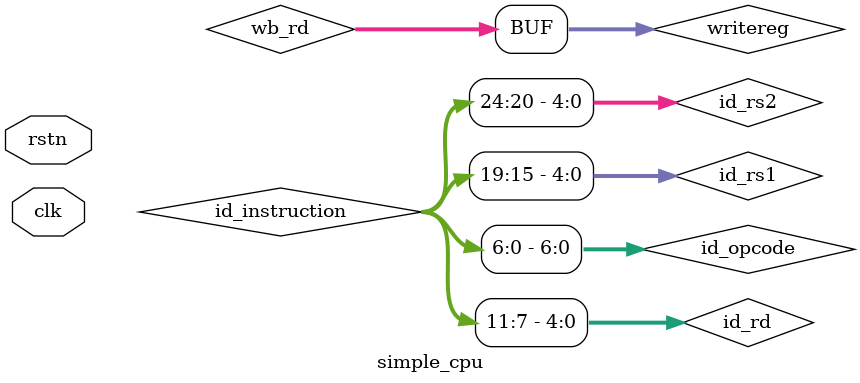
<source format=v>


module simple_cpu
#(parameter DATA_WIDTH = 32)(
  input clk,
  input rstn
);

///////////////////////////////////////////////////////////////////////////////
// TODO:  Declare all wires / registers that are needed
///////////////////////////////////////////////////////////////////////////////
// e.g., wire [DATA_WIDTH-1:0] if_pc_plus_4;
// 1) Pipeline registers (wires to / from pipeline register modules)
// 2) In / Out ports for other modules
// 3) Additional wires for multiplexers or other mdoules you instantiate

wire [DATA_WIDTH-1:0] if_PC, id_PC, ex_PC, mem_PC;
wire [DATA_WIDTH-1:0] if_pc_plus_4, id_pc_plus_4, ex_pc_plus_4, mem_pc_plus_4, wb_pc_plus_4;
wire [DATA_WIDTH-1:0] if_instruction, id_instruction;
wire [DATA_WIDTH-1:0] ex_pc_target, mem_pc_target;

// Register file unit
wire [4:0] id_rs1, ex_rs1;
wire [4:0] id_rs2, ex_rs2;
wire [4:0] id_rd, ex_rd, mem_rd, wb_rd;
wire [4:0] writereg;
wire [31:0] id_readdata1, ex_readdata1;
wire [31:0] id_readdata2, ex_readdata2;
wire wen;

// data2writereg
wire [DATA_WIDTH-1:0] writedata2reg, writedata2mem;
wire [DATA_WIDTH-1:0] mem_alu_result_or_uimm, mem_writedata2reg, wb_writedata2reg;


// Immediate generator unit
wire [DATA_WIDTH-1:0] id_sextimm, ex_sextimm;

// Control unit
wire [6:0] id_opcode;
wire [6:0] id_funct7, ex_funct7;
wire [2:0] id_funct3, ex_funct3, mem_funct3;
wire id_branch, ex_branch, mem_branch;
wire id_memread, ex_memread, mem_memread;
wire id_memtoreg, ex_memtoreg, mem_memtoreg, wb_memtoreg;
wire [1:0] id_aluop, ex_aluop;
wire id_memwrite, ex_memwrite;
wire id_alusrc, ex_alusrc;
wire id_regwrite, ex_regwrite, mem_regwrite, wb_regwrite;
wire [1:0] id_jump, ex_jump, mem_jump, wb_jump;
wire ex_taken, mem_taken;
wire [1:0] id_upper_imm, ex_upper_imm;

// Hazard detection unit
wire flush;
wire stall;

// Forwarding unit
wire [31:0] forwarded_A;
wire [1:0] fwd_a;
wire [31:0] forwarded_B;
wire [1:0] fwd_b;

// Data memory unit
wire [DATA_WIDTH-1:0] mem_readdata, wb_readdata;

// ALU unit
wire [31:0] ex_alu_result;
wire [3:0] alu_func;
wire alu_check;

// upper imm unit
wire [31:0] pc_plus_imm12;

// Branch Hardware unit
wire [DATA_WIDTH-1:0] branch_target;
wire [DATA_WIDTH-1:0] nextPC_mux_out;
wire if_hit, id_hit, ex_hit, mem_hit;
wire if_pred, id_pred, ex_pred, mem_pred;

////////////////////////////////////////////////////////////////////////////////
////////////////////////////////////////////////////////////////////////////////

// MUX
wire [31:0] alu_in_b;         //select rs2 or sextimm
mux_2x1 m_rs2_or_imm_mux_2x1(
  .select(ex_alusrc),
  .in1(forwarded_B),
  .in2(ex_sextimm),

  .out(alu_in_b)
);
wire [31:0] pc_or_rs1;     //select jal(pc+imm) or jalr(rs1+imm)
mux_2x1 m_jal_or_jalr_mux_2x1(
  .select(ex_jump[0]),
  .in1(ex_PC),          //jal
  .in2(forwarded_A),    //jalr

  .out(pc_or_rs1)
);
mux_2x1 m_mem_regwrite_data_mux_2x1(
  .select(mem_jump[1]),
  .in1(mem_alu_result_or_uimm),
  .in2(mem_pc_plus_4),

  .out(mem_writedata2reg)
);
mux_2x1 m_wb_regwrite_data_mux_2x1(
  .select(wb_memtoreg),
  .in1(wb_writedata2reg),
  .in2(wb_readdata),

  .out(writedata2reg)
);

// mux for forwarding
mux_3x1 m_forwardA_mux_3x1(
  .select(fwd_a),
  .in1(ex_readdata1),
  .in2(mem_writedata2reg),
  .in3(writedata2reg),

  .out(forwarded_A)
);
mux_3x1 m_forwardB_mux_3x1(
  .select(fwd_b),
  .in1(ex_readdata2),
  .in2(mem_writedata2reg),
  .in3(writedata2reg),

  .out(forwarded_B)
);

// mux for upper imm
wire [31:0] alu_result_or_uimm;
mux_3x1 m_upperimm_mux_3x1(
  .select(ex_upper_imm),
  .in1(ex_alu_result),
  .in2(ex_sextimm << 12),
  .in3(pc_plus_imm12),

  .out(alu_result_or_uimm)
);

//maskmode, sext
reg [1:0] maskmode;
reg sext;
always @(*) begin
  case(mem_funct3)
  3'b000: begin               //b
    maskmode = 2'b00;
    sext = 1'b0;
    end
  3'b001: begin               //h
    maskmode = 2'b01;
    sext = 1'b0;
    end
  3'b010: begin               //w
    maskmode = 2'b10;
    sext = 1'b0;
    end
  3'b100: begin               //unsigned b
    maskmode = 2'b00;
    sext = 1'b1; 
    end  
  3'b101: begin               //unsigned h
    maskmode = 2'b01;
    sext = 1'b1; 
    end  
  default: begin
    maskmode = 2'b00;
    sext = 1'b0;
  end
  endcase
end

///////////////////////////////////////////////////////////////////////////////
// Instruction Fetch (IF)
///////////////////////////////////////////////////////////////////////////////

reg [DATA_WIDTH-1:0] PC;    // program counter (32 bits)
wire [DATA_WIDTH-1:0] NEXT_PC;


wire [DATA_WIDTH-1:0] recoveryPC;
mux_4x1 m_recoveryPC_mux_4x1(
  .select({ (mem_pred && mem_hit), (mem_jump == 2'b11) }),
  .in1(mem_pc_target),
  .in2(mem_pc_target),
  .in3(mem_pc_plus_4),
  .in4(mem_pc_target),

  .out(recoveryPC)
);
mux_4x1 m_nextPC_mux_4x1(
  .select({ (flush), (if_pred && if_hit) }),
  .in1(if_pc_plus_4),
  .in2(branch_target),
  .in3(recoveryPC),
  .in4(recoveryPC),

  .out(nextPC_mux_out)
);

/* m_branch_HW */
branch_hardware m_branch_HW(
  .clk(clk),
  .rstn(rstn),

  // update interface
  .instruction(if_instruction),

  .update_predictor(mem_branch),
  .update_btb(mem_taken || mem_jump[1]),
  .actually_taken(mem_taken),
  .resolved_pc(mem_PC),
  .resolved_pc_target(mem_pc_target),  // actual target address when the branch is resolved.

  // access interface
  .pc(PC),

  .hit(if_hit),          // btb hit or not
  .pred(if_pred),         // predicted taken or not
  .branch_target(branch_target)
);

/* m_next_pc_adder */
adder m_pc_plus_4_adder(
  .in_a   (PC),
  .in_b   (32'h0000_0004),

  .result (if_pc_plus_4)
);

always @(posedge clk) begin
  if (rstn == 1'b0) begin
    PC <= 32'h00000000;
  end
  else if (stall) PC <= PC;
  else begin
    PC <= NEXT_PC;
  end
end

/* instruction: read current instruction from inst mem */
instruction_memory m_instruction_memory(
  .address    (PC),

  .instruction(if_instruction)
);

/* forward to IF/ID stage registers */
ifid_reg m_ifid_reg(
  // TODO: Add flush or stall signal if it is needed
  .clk            (clk),
  .flush          (flush),
  .stall          (stall),
  .if_pred        (if_pred),
  .if_hit         (if_hit),
  .if_PC          (PC),
  .if_pc_plus_4   (if_pc_plus_4),
  .if_instruction (if_instruction),

  .id_pred        (id_pred),
  .id_hit         (id_hit),
  .id_PC          (id_PC),
  .id_pc_plus_4   (id_pc_plus_4),
  .id_instruction (id_instruction)
);

//////////////////////////////////////////////////////////////////////////////////
// Instruction Decode (ID)
//////////////////////////////////////////////////////////////////////////////////

//assign
assign id_opcode = id_instruction[6:0];
assign id_funct7 = id_instruction[31:25];
assign id_funct3 = id_instruction[14:12];
assign id_rs1 = id_instruction[19:15];
assign id_rs2 = id_instruction[24:20];
assign id_rd  = id_instruction[11:7];

/* m_hazard: hazard detection unit */
hazard m_hazard(
  // TODO: implement hazard detection unit & do wiring
  .ex_PC          (ex_PC),
  .mem_pc_target  (mem_pc_target),
  .mem_hit        (mem_hit),
  .mem_pred       (mem_pred),
  .mem_taken      (mem_taken),
  .mem_jump       (mem_jump),

  .id_opcode      (id_opcode),
  .ex_memread     (ex_memread),
  .id_rs1         (id_rs1),
  .id_rs2         (id_rs2),
  .ex_rd          (ex_rd),

  .flush          (flush),
  .stall          (stall)
);

/* m_control: control unit */
control m_control(
  .opcode     (id_opcode),

  .jump       (id_jump),
  .branch     (id_branch),
  .alu_op     (id_aluop),
  .alu_src    (id_alusrc),
  .mem_read   (id_memread),
  .mem_to_reg (id_memtoreg),
  .mem_write  (id_memwrite),
  .reg_write  (id_regwrite),
  .upper_imm  (id_upper_imm)
);

/* m_imm_generator: immediate generator */
immediate_generator m_immediate_generator(
  .instruction(id_instruction),

  .sextimm    (id_sextimm)
);

/* m_register_file: register file */
register_file m_register_file(
  .clk        (clk),
  .readreg1   (id_rs1),
  .readreg2   (id_rs2),
  .writereg   (writereg),
  .wen        (wen),
  .writedata  (writedata2reg),
 
  .readdata1  (id_readdata1),
  .readdata2  (id_readdata2)
);
 
/* forward to ID/EX stage registers */
idex_reg m_idex_reg(
  // TODO: Add flush or stall signal if it is needed
  .clk          (clk),
  .flush        (flush),
  .stall        (stall),
  .id_pred      (id_pred),
  .id_hit       (id_hit),
  .id_PC        (id_PC),
  .id_pc_plus_4 (id_pc_plus_4),

  .id_jump      (id_jump),
  .id_branch    (id_branch),
  .id_aluop     (id_aluop),
  .id_alusrc    (id_alusrc),
  .id_memread   (id_memread),
  .id_memwrite  (id_memwrite),
  .id_memtoreg  (id_memtoreg),
  .id_regwrite  (id_regwrite),
  .id_upper_imm (id_upper_imm),

  .id_sextimm   (id_sextimm),
  .id_funct7    (id_funct7),
  .id_funct3    (id_funct3),
  .id_readdata1 (id_readdata1),
  .id_readdata2 (id_readdata2),
  .id_rs1       (id_rs1),
  .id_rs2       (id_rs2),
  .id_rd        (id_rd),


  .ex_pred      (ex_pred),
  .ex_hit       (ex_hit),
  .ex_PC        (ex_PC),
  .ex_pc_plus_4 (ex_pc_plus_4),

  .ex_jump      (ex_jump),
  .ex_branch    (ex_branch),
  .ex_aluop     (ex_aluop),
  .ex_alusrc    (ex_alusrc),
  .ex_memread   (ex_memread),
  .ex_memwrite  (ex_memwrite),
  .ex_memtoreg  (ex_memtoreg),
  .ex_regwrite  (ex_regwrite),
  .ex_upper_imm (ex_upper_imm),

  .ex_sextimm   (ex_sextimm),
  .ex_funct7    (ex_funct7),
  .ex_funct3    (ex_funct3),
  .ex_readdata1 (ex_readdata1),
  .ex_readdata2 (ex_readdata2),
  .ex_rs1       (ex_rs1),
  .ex_rs2       (ex_rs2),
  .ex_rd        (ex_rd)
);

//////////////////////////////////////////////////////////////////////////////////
// Execute (EX) 
//////////////////////////////////////////////////////////////////////////////////

/* m_upper_imm_adder: PC + (imm << 12) for auipc */
adder m_upper_imm_adder(
  .in_a   (ex_PC),
  .in_b   (ex_sextimm << 12),

  .result (pc_plus_imm12)
);

/* m_branch_target_adder: PC + imm for branch address */
adder m_branch_target_adder(
  .in_a   (pc_or_rs1),
  .in_b   (ex_sextimm << 1),

  .result (ex_pc_target)
);

/* m_branch_control : checks T/NT */
branch_control m_branch_control(
  .branch (ex_branch),
  .check  (alu_check),

  .taken  (ex_taken)
);

/* alu control : generates alu_func signal */
alu_control m_alu_control(
  .alu_op   (ex_aluop),
  .funct7   (ex_funct7),
  .funct3   (ex_funct3),

  .alu_func (alu_func)
);

/* m_alu */
alu m_alu(
  .alu_func (alu_func),
  .in_a     (forwarded_A),
  .in_b     (alu_in_b), 

  .result   (ex_alu_result),
  .check    (alu_check)
);

forwarding m_forwarding(
  // TODO: implement forwarding unit & do wiring
  .ex_rs1       (ex_rs1),
  .ex_rs2       (ex_rs2),

  .mem_rd       (mem_rd),
  .wb_rd        (wb_rd),

  .mem_regwrite (mem_regwrite),
  .wb_regwrite  (wb_regwrite),

  .fwd_a        (fwd_a),
  .fwd_b        (fwd_b)
);

/* forward to EX/MEM stage registers */
exmem_reg m_exmem_reg(
  // TODO: Add flush or stall signal if it is needed
  .clk                (clk),
  .flush              (flush),
  
  .ex_pred            (ex_pred),
  .ex_hit             (ex_hit),
  .ex_PC              (ex_PC),
  .ex_pc_plus_4       (ex_pc_plus_4),
  .ex_pc_target       (ex_pc_target),
  .ex_taken           (ex_taken), 
  .ex_jump            (ex_jump),
  .ex_branch          (ex_branch),
  .ex_memread         (ex_memread),
  .ex_memwrite        (ex_memwrite),
  .ex_memtoreg        (ex_memtoreg),
  .ex_regwrite        (ex_regwrite),

  .ex_alu_result      (alu_result_or_uimm),
  .ex_writedata2mem   (forwarded_B),
  .ex_funct3          (ex_funct3),
  .ex_rd              (ex_rd),
  
  .mem_pred           (mem_pred),
  .mem_hit            (mem_hit),
  .mem_PC             (mem_PC),
  .mem_pc_plus_4      (mem_pc_plus_4),
  .mem_pc_target      (mem_pc_target),
  .mem_taken          (mem_taken), 
  .mem_jump           (mem_jump),
  .mem_branch         (mem_branch),
  .mem_memread        (mem_memread),
  .mem_memwrite       (mem_memwrite),
  .mem_memtoreg       (mem_memtoreg),
  .mem_regwrite       (mem_regwrite),
  .mem_alu_result_or_uimm     (mem_alu_result_or_uimm),
  .mem_writedata2mem  (writedata2mem),
  .mem_funct3         (mem_funct3),
  .mem_rd             (mem_rd)
);

//////////////////////////////////////////////////////////////////////////////////
// Memory (MEM) 
//////////////////////////////////////////////////////////////////////////////////

/* m_data_memory : main memory module */
data_memory m_data_memory(
  .clk         (clk),
  .address     (mem_alu_result_or_uimm),
  .write_data  (writedata2mem),
  .mem_read    (mem_memread),
  .mem_write   (mem_memwrite),
  .maskmode    (maskmode),
  .sext        (sext),

  .read_data   (mem_readdata)
);

/* forward to MEM/WB stage registers */
memwb_reg m_memwb_reg(
  // TODO: Add flush or stall signal if it is needed
  .clk                (clk),

  .mem_memtoreg       (mem_memtoreg),
  .mem_regwrite       (mem_regwrite),
  .mem_readdata       (mem_readdata),
  .mem_writedata2reg  (mem_writedata2reg),
  .mem_rd             (mem_rd),

  .wb_memtoreg        (wb_memtoreg),
  .wb_regwrite        (wb_regwrite),
  .wb_readdata        (wb_readdata),
  .wb_writedata2reg   (wb_writedata2reg),
  .wb_rd              (wb_rd)
);

assign NEXT_PC = nextPC_mux_out;

//////////////////////////////////////////////////////////////////////////////////
// Write Back (WB) 
//////////////////////////////////////////////////////////////////////////////////

assign wen = wb_regwrite;
assign writereg = wb_rd;

////////////////////////////////////////////////////////////////////////////////
// Hardware Counters
////////////////////////////////////////////////////////////////////////////////
wire [31:0] CORE_CYCLE;
hardware_counter m_core_cycle(
  .clk(clk),
  .rstn(rstn),
  .cond(1'b1),

  .counter(CORE_CYCLE)
);
wire [31:0] NUM_COND_BRANCHES;
hardware_counter m_num_cond_branches(
  .clk(clk),
  .rstn(rstn),
  .cond(mem_branch),

  .counter(NUM_COND_BRANCHES)
);
wire [31:0] NUM_UNCOND_BRANCHES;
hardware_counter m_num_uncond_branches(
  .clk(clk),
  .rstn(rstn),
  .cond(mem_jump[1]),

  .counter(NUM_UNCOND_BRANCHES)
);
wire [31:0] BP_CORRECT;
hardware_counter m_bp_correct(
  .clk(clk),
  .rstn(rstn),
  .cond(mem_branch && (!flush)),

  .counter(BP_CORRECT)
);
wire [31:0] BP_INCORRECT;
hardware_counter m_bp_incorrect(
  .clk(clk),
  .rstn(rstn),
  .cond(mem_branch && flush),

  .counter(BP_INCORRECT)
);


endmodule

</source>
